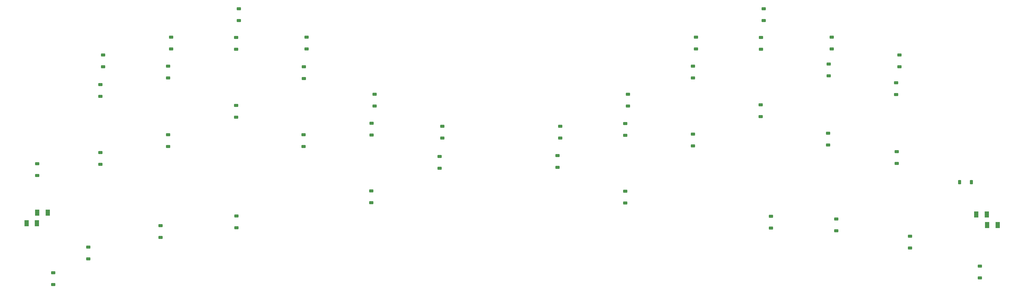
<source format=gbr>
%TF.GenerationSoftware,KiCad,Pcbnew,7.0.9*%
%TF.CreationDate,2023-11-27T10:59:26+01:00*%
%TF.ProjectId,SplitErgoLL_v2,53706c69-7445-4726-976f-4c4c5f76322e,rev?*%
%TF.SameCoordinates,Original*%
%TF.FileFunction,Paste,Bot*%
%TF.FilePolarity,Positive*%
%FSLAX46Y46*%
G04 Gerber Fmt 4.6, Leading zero omitted, Abs format (unit mm)*
G04 Created by KiCad (PCBNEW 7.0.9) date 2023-11-27 10:59:26*
%MOMM*%
%LPD*%
G01*
G04 APERTURE LIST*
G04 Aperture macros list*
%AMRoundRect*
0 Rectangle with rounded corners*
0 $1 Rounding radius*
0 $2 $3 $4 $5 $6 $7 $8 $9 X,Y pos of 4 corners*
0 Add a 4 corners polygon primitive as box body*
4,1,4,$2,$3,$4,$5,$6,$7,$8,$9,$2,$3,0*
0 Add four circle primitives for the rounded corners*
1,1,$1+$1,$2,$3*
1,1,$1+$1,$4,$5*
1,1,$1+$1,$6,$7*
1,1,$1+$1,$8,$9*
0 Add four rect primitives between the rounded corners*
20,1,$1+$1,$2,$3,$4,$5,0*
20,1,$1+$1,$4,$5,$6,$7,0*
20,1,$1+$1,$6,$7,$8,$9,0*
20,1,$1+$1,$8,$9,$2,$3,0*%
G04 Aperture macros list end*
%ADD10RoundRect,0.225000X-0.375000X0.225000X-0.375000X-0.225000X0.375000X-0.225000X0.375000X0.225000X0*%
%ADD11R,1.160000X1.820000*%
%ADD12RoundRect,0.225000X0.375000X-0.225000X0.375000X0.225000X-0.375000X0.225000X-0.375000X-0.225000X0*%
%ADD13RoundRect,0.225000X-0.225000X-0.375000X0.225000X-0.375000X0.225000X0.375000X-0.225000X0.375000X0*%
G04 APERTURE END LIST*
D10*
%TO.C,D27*%
X112200000Y-88450000D03*
X112200000Y-91750000D03*
%TD*%
%TO.C,D25*%
X80000000Y-146350000D03*
X80000000Y-149650000D03*
%TD*%
%TO.C,D18*%
X240200000Y-104550000D03*
X240200000Y-107850000D03*
%TD*%
%TO.C,D23*%
X93200000Y-93650000D03*
X93200000Y-96950000D03*
%TD*%
%TO.C,D3*%
X316200000Y-112450000D03*
X316200000Y-115750000D03*
%TD*%
%TO.C,D24*%
X93200000Y-112650000D03*
X93200000Y-115950000D03*
%TD*%
D11*
%TO.C,C2*%
X338525000Y-130000000D03*
X341475000Y-130000000D03*
%TD*%
D12*
%TO.C,D13*%
X260000000Y-83650000D03*
X260000000Y-80350000D03*
%TD*%
D10*
%TO.C,D12*%
X299300000Y-131350000D03*
X299300000Y-134650000D03*
%TD*%
%TO.C,D33*%
X110100000Y-133150000D03*
X110100000Y-136450000D03*
%TD*%
%TO.C,D4*%
X339500000Y-144550000D03*
X339500000Y-147850000D03*
%TD*%
D12*
%TO.C,D26*%
X113000000Y-83650000D03*
X113000000Y-80350000D03*
%TD*%
D10*
%TO.C,D37*%
X131300000Y-130450000D03*
X131300000Y-133750000D03*
%TD*%
%TO.C,D10*%
X278200000Y-80450000D03*
X278200000Y-83750000D03*
%TD*%
%TO.C,D29*%
X89800000Y-139150000D03*
X89800000Y-142450000D03*
%TD*%
%TO.C,D15*%
X259200000Y-107550000D03*
X259200000Y-110850000D03*
%TD*%
%TO.C,D42*%
X188200000Y-113750000D03*
X188200000Y-117050000D03*
%TD*%
%TO.C,D7*%
X297000000Y-107250000D03*
X297000000Y-110550000D03*
%TD*%
D12*
%TO.C,D1*%
X317000000Y-88650000D03*
X317000000Y-85350000D03*
%TD*%
D10*
%TO.C,D2*%
X316100000Y-93150000D03*
X316100000Y-96450000D03*
%TD*%
D12*
%TO.C,D20*%
X222000000Y-108650000D03*
X222000000Y-105350000D03*
%TD*%
D10*
%TO.C,D43*%
X75500000Y-115850000D03*
X75500000Y-119150000D03*
%TD*%
D12*
%TO.C,D38*%
X170000000Y-99650000D03*
X170000000Y-96350000D03*
%TD*%
D11*
%TO.C,C3*%
X78475000Y-129500000D03*
X75525000Y-129500000D03*
%TD*%
D10*
%TO.C,D16*%
X281000000Y-130550000D03*
X281000000Y-133850000D03*
%TD*%
D13*
%TO.C,D44*%
X333850000Y-121000000D03*
X337150000Y-121000000D03*
%TD*%
D10*
%TO.C,D14*%
X259200000Y-88450000D03*
X259200000Y-91750000D03*
%TD*%
%TO.C,D40*%
X169100000Y-123450000D03*
X169100000Y-126750000D03*
%TD*%
D12*
%TO.C,D30*%
X132000000Y-75650000D03*
X132000000Y-72350000D03*
%TD*%
D10*
%TO.C,D28*%
X112200000Y-107650000D03*
X112200000Y-110950000D03*
%TD*%
%TO.C,D36*%
X150100000Y-107650000D03*
X150100000Y-110950000D03*
%TD*%
D12*
%TO.C,D41*%
X189000000Y-108650000D03*
X189000000Y-105350000D03*
%TD*%
D10*
%TO.C,D31*%
X131200000Y-80450000D03*
X131200000Y-83750000D03*
%TD*%
%TO.C,D8*%
X320000000Y-136150000D03*
X320000000Y-139450000D03*
%TD*%
%TO.C,D21*%
X221200000Y-113550000D03*
X221200000Y-116850000D03*
%TD*%
%TO.C,D35*%
X150200000Y-88650000D03*
X150200000Y-91950000D03*
%TD*%
D12*
%TO.C,D9*%
X279000000Y-75650000D03*
X279000000Y-72350000D03*
%TD*%
%TO.C,D22*%
X94000000Y-88650000D03*
X94000000Y-85350000D03*
%TD*%
D10*
%TO.C,D19*%
X240200000Y-123550000D03*
X240200000Y-126850000D03*
%TD*%
%TO.C,D11*%
X278100000Y-99350000D03*
X278100000Y-102650000D03*
%TD*%
D12*
%TO.C,D5*%
X298000000Y-83650000D03*
X298000000Y-80350000D03*
%TD*%
D11*
%TO.C,C4*%
X72525000Y-132500000D03*
X75475000Y-132500000D03*
%TD*%
D10*
%TO.C,D32*%
X131200000Y-99450000D03*
X131200000Y-102750000D03*
%TD*%
D11*
%TO.C,C1*%
X344475000Y-133000000D03*
X341525000Y-133000000D03*
%TD*%
D12*
%TO.C,D17*%
X241000000Y-99650000D03*
X241000000Y-96350000D03*
%TD*%
D10*
%TO.C,D39*%
X169200000Y-104450000D03*
X169200000Y-107750000D03*
%TD*%
%TO.C,D6*%
X297200000Y-87850000D03*
X297200000Y-91150000D03*
%TD*%
D12*
%TO.C,D34*%
X151000000Y-83650000D03*
X151000000Y-80350000D03*
%TD*%
M02*

</source>
